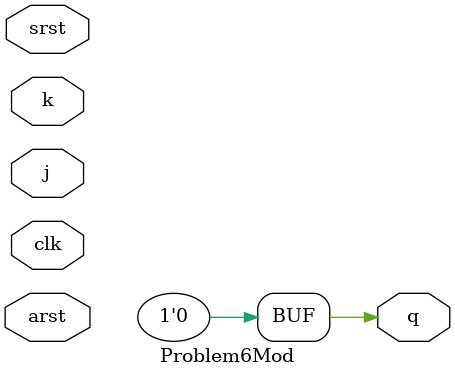
<source format=v>
`timescale 1ns / 1ps


module Problem6Mod(
    input j,
    input clk,
    input k,
    input arst,
    input srst,
    output reg q
    );
    always @(arst)
    begin
        q=0;
    end
    always @(posedge clk)
    begin
        if(arst||srst)
        begin
            q=0;
        end
        else
        begin
            case({j,k})
                0:q=q;
                1:q=0;
                2:q=1;
                3:q=~q;      
            endcase
        end
    end
endmodule

</source>
